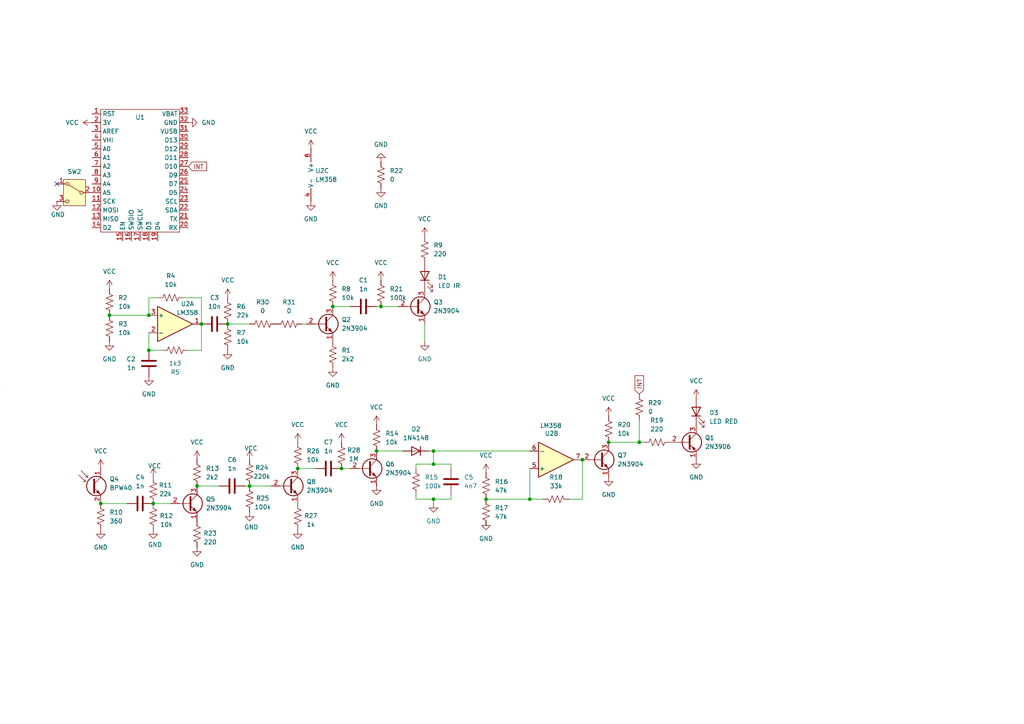
<source format=kicad_sch>
(kicad_sch (version 20250114) (generator "eeschema") (generator_version "9.0")
  (paper "A4")
  (lib_symbols
    (symbol "Amplifier_Operational:LM358" (pin_names (offset 0.127))
      (property "Reference" "U" (at 0 5.08 0))
      (property "Value" "LM358" (at 0 -5.08 0))
      (symbol "LM358_1_1"
        (polyline (pts (xy -5.08 5.08) (xy 5.08 0) (xy -5.08 -5.08) (xy -5.08 5.08)) (stroke (width 0.254)) (fill (type background)))
        (pin input line (at -7.62 2.54 0) (length 2.54) (name "+") (number "3"))
        (pin input line (at -7.62 -2.54 0) (length 2.54) (name "-") (number "2"))
        (pin output line (at 7.62 0 180) (length 2.54) (name "~") (number "1"))
      )
      (symbol "LM358_2_1"
        (polyline (pts (xy -5.08 5.08) (xy 5.08 0) (xy -5.08 -5.08) (xy -5.08 5.08)) (stroke (width 0.254)) (fill (type background)))
        (pin input line (at -7.62 2.54 0) (length 2.54) (name "+") (number "5"))
        (pin input line (at -7.62 -2.54 0) (length 2.54) (name "-") (number "6"))
        (pin output line (at 7.62 0 180) (length 2.54) (name "~") (number "7"))
      )
      (symbol "LM358_3_1"
        (pin power_in line (at -2.54 7.62 270) (length 3.81) (name "V+") (number "8"))
        (pin power_in line (at -2.54 -7.62 90) (length 3.81) (name "V-") (number "4"))
      )
    )
    (symbol "Device:C" (pin_numbers (hide yes)) (pin_names (offset 0.254))
      (property "Reference" "C" (at 0.635 2.54 0))
      (property "Value" "C" (at 0.635 -2.54 0))
      (symbol "C_0_1"
        (polyline (pts (xy -2.032 0.762) (xy 2.032 0.762)) (stroke (width 0.508)))
        (polyline (pts (xy -2.032 -0.762) (xy 2.032 -0.762)) (stroke (width 0.508)))
      )
      (symbol "C_1_1"
        (pin passive line (at 0 3.81 270) (length 2.794) (name "~") (number "1"))
        (pin passive line (at 0 -3.81 90) (length 2.794) (name "~") (number "2"))
      )
    )
    (symbol "Device:LED" (pin_numbers (hide yes)) (pin_names (offset 1.016) (hide yes))
      (property "Reference" "D" (at 0 2.54 0))
      (property "Value" "LED" (at 0 -2.54 0))
      (symbol "LED_0_1"
        (polyline (pts (xy -3.048 -0.762) (xy -4.572 -2.286) (xy -3.81 -2.286) (xy -4.572 -2.286) (xy -4.572 -1.524)))
        (polyline (pts (xy -1.778 -0.762) (xy -3.302 -2.286) (xy -2.54 -2.286) (xy -3.302 -2.286) (xy -3.302 -1.524)))
        (polyline (pts (xy -1.27 0) (xy 1.27 0)))
        (polyline (pts (xy -1.27 -1.27) (xy -1.27 1.27)) (stroke (width 0.254)))
        (polyline (pts (xy 1.27 -1.27) (xy 1.27 1.27) (xy -1.27 0) (xy 1.27 -1.27)) (stroke (width 0.254)))
      )
      (symbol "LED_1_1"
        (pin passive line (at -3.81 0 0) (length 2.54) (name "K") (number "1"))
        (pin passive line (at 3.81 0 180) (length 2.54) (name "A") (number "2"))
      )
    )
    (symbol "Device:R_US" (pin_numbers (hide yes)) (pin_names (offset 0))
      (property "Reference" "R" (at 2.54 0 90))
      (property "Value" "R_US" (at -2.54 0 90))
      (symbol "R_US_0_1"
        (polyline (pts (xy 0 2.286) (xy 0 2.54)))
        (polyline (pts (xy 0 2.286) (xy 1.016 1.905) (xy 0 1.524) (xy -1.016 1.143) (xy 0 0.762)))
        (polyline (pts (xy 0 0.762) (xy 1.016 0.381) (xy 0 0) (xy -1.016 -0.381) (xy 0 -0.762)))
        (polyline (pts (xy 0 -0.762) (xy 1.016 -1.143) (xy 0 -1.524) (xy -1.016 -1.905) (xy 0 -2.286)))
        (polyline (pts (xy 0 -2.286) (xy 0 -2.54)))
      )
      (symbol "R_US_1_1"
        (pin passive line (at 0 3.81 270) (length 1.27) (name "~") (number "1"))
        (pin passive line (at 0 -3.81 90) (length 1.27) (name "~") (number "2"))
      )
    )
    (symbol "Diode:1N4148" (pin_numbers (hide yes)) (pin_names (hide yes))
      (property "Reference" "D" (at 0 2.54 0))
      (property "Value" "1N4148" (at 0 -2.54 0))
      (symbol "1N4148_0_1"
        (polyline (pts (xy -1.27 1.27) (xy -1.27 -1.27)) (stroke (width 0.254)))
        (polyline (pts (xy 1.27 1.27) (xy 1.27 -1.27) (xy -1.27 0) (xy 1.27 1.27)) (stroke (width 0.254)))
        (polyline (pts (xy 1.27 0) (xy -1.27 0)))
      )
      (symbol "1N4148_1_1"
        (pin passive line (at -3.81 0 0) (length 2.54) (name "K") (number "1"))
        (pin passive line (at 3.81 0 180) (length 2.54) (name "A") (number "2"))
      )
    )
    (symbol "Sensor_Optical:BPW40" (pin_names (offset 0) (hide yes))
      (property "Reference" "Q" (at 5.08 1.27 0))
      (property "Value" "BPW40" (at 5.08 -1.27 0))
      (symbol "BPW40_0_1"
        (polyline (pts (xy -3.81 3.175) (xy -1.905 1.27) (xy -1.905 1.905)))
        (polyline (pts (xy -3.175 4.445) (xy -1.27 2.54) (xy -1.27 3.175)))
        (polyline (pts (xy -1.905 1.27) (xy -2.54 1.27)))
        (polyline (pts (xy -1.27 2.54) (xy -1.905 2.54)))
        (polyline (pts (xy 0.635 1.905) (xy 0.635 -1.905)) (stroke (width 0.508)))
        (polyline (pts (xy 0.635 0.635) (xy 2.54 2.54)))
        (polyline (pts (xy 0.635 -0.635) (xy 2.54 -2.54)))
        (circle (center 1.27 0) (radius 2.8194) (stroke (width 0.254)))
        (polyline (pts (xy 1.27 -1.778) (xy 1.778 -1.27) (xy 2.286 -2.286) (xy 1.27 -1.778)) (fill (type outline)))
      )
      (symbol "BPW40_1_1"
        (pin passive line (at 2.54 5.08 270) (length 2.54) (name "C") (number "1"))
        (pin passive line (at 2.54 -5.08 90) (length 2.54) (name "E") (number "2"))
      )
    )
    (symbol "Switch:SW_SPDT" (pin_names (offset 0) (hide yes))
      (property "Reference" "SW" (at 0 5.08 0))
      (property "Value" "SW_SPDT" (at 0 -5.08 0))
      (symbol "SW_SPDT_0_1"
        (circle (center -2.032 0) (radius 0.4572))
        (polyline (pts (xy -1.651 0.254) (xy 1.651 2.286)))
        (circle (center 2.032 2.54) (radius 0.4572))
        (circle (center 2.032 -2.54) (radius 0.4572))
      )
      (symbol "SW_SPDT_1_1"
        (rectangle (start -3.175 3.81) (end 3.175 -3.81) (fill (type background)))
        (pin passive line (at -5.08 0 0) (length 2.54) (name "B") (number "2"))
        (pin passive line (at 5.08 2.54 180) (length 2.54) (name "A") (number "1"))
        (pin passive line (at 5.08 -2.54 180) (length 2.54) (name "C") (number "3"))
      )
    )
    (symbol "Transistor_BJT:2N3904" (pin_names (offset 0) (hide yes))
      (property "Reference" "Q" (at 5.08 1.905 0))
      (property "Value" "2N3904" (at 5.08 0 0))
      (symbol "2N3904_0_1"
        (polyline (pts (xy -2.54 0) (xy 0.635 0)))
        (polyline (pts (xy 0.635 1.905) (xy 0.635 -1.905)) (stroke (width 0.508)))
        (circle (center 1.27 0) (radius 2.8194) (stroke (width 0.254)))
      )
      (symbol "2N3904_1_1"
        (polyline (pts (xy 0.635 0.635) (xy 2.54 2.54)))
        (polyline (pts (xy 0.635 -0.635) (xy 2.54 -2.54)))
        (polyline (pts (xy 1.27 -1.778) (xy 1.778 -1.27) (xy 2.286 -2.286) (xy 1.27 -1.778)) (fill (type outline)))
        (pin input line (at -5.08 0 0) (length 2.54) (name "B") (number "2"))
        (pin passive line (at 2.54 5.08 270) (length 2.54) (name "C") (number "3"))
        (pin passive line (at 2.54 -5.08 90) (length 2.54) (name "E") (number "1"))
      )
    )
    (symbol "Transistor_BJT:2N3906" (pin_names (offset 0) (hide yes))
      (property "Reference" "Q" (at 5.08 1.905 0))
      (property "Value" "2N3906" (at 5.08 0 0))
      (symbol "2N3906_0_1"
        (polyline (pts (xy -2.54 0) (xy 0.635 0)))
        (polyline (pts (xy 0.635 1.905) (xy 0.635 -1.905)) (stroke (width 0.508)))
        (polyline (pts (xy 0.635 0.635) (xy 2.54 2.54)))
        (polyline (pts (xy 0.635 -0.635) (xy 2.54 -2.54)))
        (circle (center 1.27 0) (radius 2.8194) (stroke (width 0.254)))
        (polyline (pts (xy 2.286 -1.778) (xy 1.778 -2.286) (xy 1.27 -1.27) (xy 2.286 -1.778)) (fill (type outline)))
      )
      (symbol "2N3906_1_1"
        (pin input line (at -5.08 0 0) (length 2.54) (name "B") (number "2"))
        (pin passive line (at 2.54 5.08 270) (length 2.54) (name "C") (number "3"))
        (pin passive line (at 2.54 -5.08 90) (length 2.54) (name "E") (number "1"))
      )
    )
    (symbol "User:AdafruitItsyBitsyM0"
      (property "Reference" "U" (at 0 0 0))
      (symbol "AdafruitItsyBitsyM0_0_1"
        (rectangle (start -11.43 16.51) (end 11.43 -19.05))
      )
      (symbol "AdafruitItsyBitsyM0_1_1"
        (pin input line (at -13.97 15.24 0) (length 2.54) (name "RST") (number "1"))
        (pin input line (at -13.97 12.7 0) (length 2.54) (name "3V") (number "2"))
        (pin input line (at -13.97 10.16 0) (length 2.54) (name "AREF") (number "3"))
        (pin input line (at -13.97 7.62 0) (length 2.54) (name "VHI") (number "4"))
        (pin input line (at -13.97 5.08 0) (length 2.54) (name "A0") (number "5"))
        (pin input line (at -13.97 2.54 0) (length 2.54) (name "A1") (number "6"))
        (pin input line (at -13.97 0 0) (length 2.54) (name "A2") (number "7"))
        (pin input line (at -13.97 -2.54 0) (length 2.54) (name "A3") (number "8"))
        (pin input line (at -13.97 -5.08 0) (length 2.54) (name "A4") (number "9"))
        (pin input line (at -13.97 -7.62 0) (length 2.54) (name "A5") (number "10"))
        (pin input line (at -13.97 -10.16 0) (length 2.54) (name "SCK") (number "11"))
        (pin input line (at -13.97 -12.7 0) (length 2.54) (name "MOSI") (number "12"))
        (pin input line (at -13.97 -15.24 0) (length 2.54) (name "MISO") (number "13"))
        (pin input line (at -13.97 -17.78 0) (length 2.54) (name "D2") (number "14"))
        (pin input line (at -5.08 -21.59 90) (length 2.54) (name "EN") (number "15"))
        (pin input line (at -2.54 -21.59 90) (length 2.54) (name "SWDIO") (number "16"))
        (pin input line (at 0 -21.59 90) (length 2.54) (name "SWCLK") (number "17"))
        (pin input line (at 2.54 -21.59 90) (length 2.54) (name "D3") (number "18"))
        (pin input line (at 5.08 -21.59 90) (length 2.54) (name "D4") (number "19"))
        (pin input line (at 13.97 15.24 180) (length 2.54) (name "VBAT") (number "33"))
        (pin input line (at 13.97 12.7 180) (length 2.54) (name "GND") (number "32"))
        (pin input line (at 13.97 10.16 180) (length 2.54) (name "VUSB") (number "31"))
        (pin input line (at 13.97 7.62 180) (length 2.54) (name "D13") (number "30"))
        (pin input line (at 13.97 5.08 180) (length 2.54) (name "D12") (number "29"))
        (pin input line (at 13.97 2.54 180) (length 2.54) (name "D11") (number "28"))
        (pin input line (at 13.97 0 180) (length 2.54) (name "D10") (number "27"))
        (pin input line (at 13.97 -2.54 180) (length 2.54) (name "D9") (number "26"))
        (pin input line (at 13.97 -5.08 180) (length 2.54) (name "D7") (number "25"))
        (pin input line (at 13.97 -7.62 180) (length 2.54) (name "D5") (number "24"))
        (pin input line (at 13.97 -10.16 180) (length 2.54) (name "SCL") (number "23"))
        (pin input line (at 13.97 -12.7 180) (length 2.54) (name "SDA") (number "22"))
        (pin input line (at 13.97 -15.24 180) (length 2.54) (name "TX") (number "21"))
        (pin input line (at 13.97 -17.78 180) (length 2.54) (name "RX") (number "20"))
      )
    )
    (symbol "power:GND" (power) (pin_numbers (hide yes)) (pin_names (offset 0) (hide yes))
      (property "Value" "GND" (at 0 -3.81 0))
      (symbol "GND_0_1"
        (polyline (pts (xy 0 0) (xy 0 -1.27) (xy 1.27 -1.27) (xy 0 -2.54) (xy -1.27 -1.27) (xy 0 -1.27)))
      )
      (symbol "GND_1_1"
        (pin power_in line (at 0 0 270) (length 0) (name "~") (number "1"))
      )
    )
    (symbol "power:VCC" (power) (pin_numbers (hide yes)) (pin_names (offset 0) (hide yes))
      (property "Value" "VCC" (at 0 3.556 0))
      (symbol "VCC_0_1"
        (polyline (pts (xy -0.762 1.27) (xy 0 2.54)))
        (polyline (pts (xy 0 2.54) (xy 0.762 1.27)))
        (polyline (pts (xy 0 0) (xy 0 2.54)))
      )
      (symbol "VCC_1_1"
        (pin power_in line (at 0 0 90) (length 0) (name "~") (number "1"))
      )
    )
  )
  (junction (at 109.22 130.81))
  (junction (at 31.75 91.44))
  (junction (at 185.42 128.27))
  (junction (at 29.21 146.05))
  (junction (at 43.18 101.6))
  (junction (at 43.18 91.44))
  (junction (at 110.49 88.9))
  (junction (at 58.42 93.98))
  (junction (at 176.53 128.27))
  (junction (at 99.06 135.89))
  (junction (at 125.73 134.62))
  (junction (at 72.39 140.97))
  (junction (at 57.15 140.97))
  (junction (at 125.73 130.81))
  (junction (at 153.67 144.78))
  (junction (at 168.91 133.35))
  (junction (at 125.73 144.78))
  (junction (at 86.36 135.89))
  (junction (at 96.52 88.9))
  (junction (at 44.45 146.05))
  (junction (at 140.97 144.78))
  (junction (at 66.04 93.98))
  (no_connect (at 16.51 53.34))
  (bus_entry (at -2.54 110.49) (size 2.54 2.54))
  (wire (pts (xy 43.18 96.52) (xy 43.18 101.6)))
  (wire (pts (xy 176.53 128.27) (xy 185.42 128.27)))
  (wire (pts (xy 87.63 93.98) (xy 88.9 93.98)))
  (wire (pts (xy 185.42 121.92) (xy 185.42 128.27)))
  (wire (pts (xy 120.65 144.78) (xy 125.73 144.78)))
  (wire (pts (xy 36.83 146.05) (xy 29.21 146.05)))
  (wire (pts (xy 153.67 135.89) (xy 153.67 144.78)))
  (wire (pts (xy 99.06 135.89) (xy 101.6 135.89)))
  (wire (pts (xy 110.49 88.9) (xy 115.57 88.9)))
  (wire (pts (xy 91.44 135.89) (xy 86.36 135.89)))
  (wire (pts (xy 120.65 134.62) (xy 125.73 134.62)))
  (wire (pts (xy 168.91 133.35) (xy 168.91 144.78)))
  (wire (pts (xy 120.65 135.89) (xy 120.65 134.62)))
  (wire (pts (xy 153.67 144.78) (xy 157.48 144.78)))
  (wire (pts (xy 71.12 140.97) (xy 72.39 140.97)))
  (wire (pts (xy 66.04 93.98) (xy 72.39 93.98)))
  (wire (pts (xy 45.72 86.36) (xy 43.18 86.36)))
  (wire (pts (xy 120.65 143.51) (xy 120.65 144.78)))
  (wire (pts (xy 57.15 140.97) (xy 63.5 140.97)))
  (wire (pts (xy 58.42 86.36) (xy 58.42 93.98)))
  (wire (pts (xy 125.73 144.78) (xy 130.81 144.78)))
  (wire (pts (xy 72.39 140.97) (xy 78.74 140.97)))
  (wire (pts (xy 58.42 101.6) (xy 58.42 93.98)))
  (wire (pts (xy 130.81 135.89) (xy 130.81 134.62)))
  (wire (pts (xy 130.81 144.78) (xy 130.81 143.51)))
  (wire (pts (xy 109.22 88.9) (xy 110.49 88.9)))
  (wire (pts (xy 31.75 91.44) (xy 43.18 91.44)))
  (wire (pts (xy 43.18 86.36) (xy 43.18 91.44)))
  (wire (pts (xy 54.61 101.6) (xy 58.42 101.6)))
  (wire (pts (xy 140.97 152.4) (xy 140.97 151.13)))
  (wire (pts (xy 96.52 88.9) (xy 101.6 88.9)))
  (wire (pts (xy 43.18 101.6) (xy 46.99 101.6)))
  (wire (pts (xy 130.81 134.62) (xy 125.73 134.62)))
  (wire (pts (xy 123.19 99.06) (xy 123.19 93.98)))
  (wire (pts (xy 44.45 146.05) (xy 49.53 146.05)))
  (wire (pts (xy 125.73 146.05) (xy 125.73 144.78)))
  (wire (pts (xy 125.73 134.62) (xy 125.73 130.81)))
  (wire (pts (xy 124.46 130.81) (xy 125.73 130.81)))
  (wire (pts (xy 116.84 130.81) (xy 109.22 130.81)))
  (wire (pts (xy 53.34 86.36) (xy 58.42 86.36)))
  (wire (pts (xy 153.67 130.81) (xy 125.73 130.81)))
  (wire (pts (xy 168.91 144.78) (xy 165.1 144.78)))
  (wire (pts (xy 140.97 144.78) (xy 153.67 144.78)))
  (wire (pts (xy 185.42 128.27) (xy 186.69 128.27)))
  (global_label "INT" (shape input) (at 185.42 114.3 90) (property "Intersheetrefs" "${INTERSHEET_REFS}" (effects (hide yes))))
  (global_label "INT" (shape input) (at 54.61 48.26 0) (property "Intersheetrefs" "${INTERSHEET_REFS}" (effects (hide yes))))
  (symbol (lib_id "power:GND") (at 54.61 35.56 90) (unit 1)
    (property "Reference" "#PWR01" (effects (hide yes)))
    (property "Value" "GND" (at 58.42 35.5599 90) (effects (justify right)))
    (property "Description" "Power symbol creates a global label with name \"GND\" , ground" (effects (hide yes)))
  )
  (symbol (lib_id "power:VCC") (at 90.17 43.18 0) (unit 1)
    (property "Reference" "#PWR05" (effects (hide yes)))
    (property "Value" "VCC" (at 90.17 38.1 0))
    (property "Description" "Power symbol creates a global label with name \"VCC\"" (effects (hide yes)))
  )
  (symbol (lib_id "Device:R_US") (at 72.39 144.78 180) (unit 1)
    (property "Reference" "R25" (at 76.2 144.526 0))
    (property "Value" "100k" (at 76.2 147.066 0))
    (property "Footprint" "Resistor_THT:R_Axial_DIN0207_L6.3mm_D2.5mm_P2.54mm_Vertical" (effects (hide yes)))
    (property "Description" "Resistor, US symbol" (effects (hide yes)))
  )
  (symbol (lib_id "Device:C") (at 43.18 105.41 0) (unit 1)
    (property "Reference" "C2" (at 39.37 104.1399 0) (effects (justify right)))
    (property "Value" "1n" (at 39.37 106.6799 0) (effects (justify right)))
    (property "Footprint" "Capacitor_THT:C_Rect_L7.2mm_W2.5mm_P5.00mm_FKS2_FKP2_MKS2_MKP2" (effects (hide yes)))
    (property "Description" "Unpolarized capacitor" (effects (hide yes)))
  )
  (symbol (lib_id "Transistor_BJT:2N3904") (at 106.68 135.89 0) (unit 1)
    (property "Reference" "Q6" (at 111.76 134.6199 0) (effects (justify left)))
    (property "Value" "2N3904" (at 111.76 137.1599 0) (effects (justify left)))
    (property "Footprint" "Package_TO_SOT_THT:TO-92_Inline_Wide" (effects (hide yes)))
    (property "Datasheet" "https://www.onsemi.com/pub/Collateral/2N3903-D.PDF" (effects (hide yes)))
    (property "Description" "0.2A Ic, 40V Vce, Small Signal NPN Transistor, TO-92" (effects (hide yes)))
  )
  (symbol (lib_id "Device:C") (at 95.25 135.89 90) (unit 1)
    (property "Reference" "C7" (at 95.25 128.27 90))
    (property "Value" "1n" (at 95.25 130.81 90))
    (property "Footprint" "Capacitor_THT:C_Rect_L7.2mm_W2.5mm_P5.00mm_FKS2_FKP2_MKS2_MKP2" (effects (hide yes)))
    (property "Description" "Unpolarized capacitor" (effects (hide yes)))
  )
  (symbol (lib_id "Device:R_US") (at 140.97 148.59 0) (unit 1)
    (property "Reference" "R17" (at 143.51 147.3199 0) (effects (justify left)))
    (property "Value" "47k" (at 143.51 149.8599 0) (effects (justify left)))
    (property "Footprint" "Resistor_THT:R_Axial_DIN0207_L6.3mm_D2.5mm_P5.08mm_Vertical" (effects (hide yes)))
    (property "Description" "Resistor, US symbol" (effects (hide yes)))
  )
  (symbol (lib_id "power:VCC") (at 29.21 135.89 0) (unit 1)
    (property "Reference" "#PWR016" (effects (hide yes)))
    (property "Value" "VCC" (at 29.21 130.81 0))
    (property "Description" "Power symbol creates a global label with name \"VCC\"" (effects (hide yes)))
  )
  (symbol (lib_id "Device:R_US") (at 176.53 124.46 0) (unit 1)
    (property "Reference" "R20" (at 179.07 123.1899 0) (effects (justify left)))
    (property "Value" "10k" (at 179.07 125.7299 0) (effects (justify left)))
    (property "Footprint" "Resistor_THT:R_Axial_DIN0207_L6.3mm_D2.5mm_P10.16mm_Horizontal" (effects (hide yes)))
    (property "Description" "Resistor, US symbol" (effects (hide yes)))
  )
  (symbol (lib_id "power:GND") (at 29.21 153.67 0) (unit 1)
    (property "Reference" "#PWR017" (effects (hide yes)))
    (property "Value" "GND" (at 29.21 158.75 0))
    (property "Description" "Power symbol creates a global label with name \"GND\" , ground" (effects (hide yes)))
  )
  (symbol (lib_id "Device:R_US") (at 109.22 127 0) (unit 1)
    (property "Reference" "R14" (at 111.76 125.7299 0) (effects (justify left)))
    (property "Value" "10k" (at 111.76 128.2699 0) (effects (justify left)))
    (property "Footprint" "Resistor_THT:R_Axial_DIN0207_L6.3mm_D2.5mm_P2.54mm_Vertical" (effects (hide yes)))
    (property "Description" "Resistor, US symbol" (effects (hide yes)))
  )
  (symbol (lib_id "Device:R_US") (at 110.49 50.8 0) (unit 1)
    (property "Reference" "R22" (at 113.03 49.5299 0) (effects (justify left)))
    (property "Value" "0" (at 113.03 52.0699 0) (effects (justify left)))
    (property "Footprint" "Resistor_THT:R_Axial_DIN0207_L6.3mm_D2.5mm_P10.16mm_Horizontal" (effects (hide yes)))
    (property "Description" "Resistor, US symbol" (effects (hide yes)))
  )
  (symbol (lib_id "Device:R_US") (at 123.19 72.39 0) (unit 1)
    (property "Reference" "R9" (at 125.73 71.1199 0) (effects (justify left)))
    (property "Value" "220" (at 125.73 73.6599 0) (effects (justify left)))
    (property "Footprint" "Resistor_THT:R_Axial_DIN0207_L6.3mm_D2.5mm_P10.16mm_Horizontal" (effects (hide yes)))
    (property "Description" "Resistor, US symbol" (effects (hide yes)))
  )
  (symbol (lib_id "Device:LED") (at 123.19 80.01 90) (unit 1)
    (property "Reference" "D1" (at 127 80.3274 90) (effects (justify right)))
    (property "Value" "LED IR" (at 127 82.8674 90) (effects (justify right)))
    (property "Footprint" "LED_THT:LED_D5.0mm_Horizontal_O3.81mm_Z3.0mm" (effects (hide yes)))
    (property "Description" "Light emitting diode" (effects (hide yes)))
    (property "Sim.Pins" "1=K 2=A" (effects (hide yes)))
  )
  (symbol (lib_id "power:GND") (at 110.49 46.99 180) (unit 1)
    (property "Reference" "#PWR037" (effects (hide yes)))
    (property "Value" "GND" (at 110.49 41.91 0))
    (property "Description" "Power symbol creates a global label with name \"GND\" , ground" (effects (hide yes)))
  )
  (symbol (lib_id "Device:R_US") (at 57.15 137.16 0) (unit 1)
    (property "Reference" "R13" (at 59.69 135.8899 0) (effects (justify left)))
    (property "Value" "2k2" (at 59.69 138.4299 0) (effects (justify left)))
    (property "Footprint" "Resistor_THT:R_Axial_DIN0207_L6.3mm_D2.5mm_P2.54mm_Vertical" (effects (hide yes)))
    (property "Description" "Resistor, US symbol" (effects (hide yes)))
  )
  (symbol (lib_id "Device:C") (at 62.23 93.98 90) (unit 1)
    (property "Reference" "C3" (at 62.23 86.36 90))
    (property "Value" "10n" (at 62.23 88.9 90))
    (property "Footprint" "Capacitor_THT:C_Rect_L7.2mm_W2.5mm_P5.00mm_FKS2_FKP2_MKS2_MKP2" (effects (hide yes)))
    (property "Description" "Unpolarized capacitor" (effects (hide yes)))
  )
  (symbol (lib_id "Transistor_BJT:2N3904") (at 93.98 93.98 0) (unit 1)
    (property "Reference" "Q2" (at 99.06 92.7099 0) (effects (justify left)))
    (property "Value" "2N3904" (at 99.06 95.2499 0) (effects (justify left)))
    (property "Footprint" "Package_TO_SOT_THT:TO-92_Inline_Wide" (effects (hide yes)))
    (property "Datasheet" "https://www.onsemi.com/pub/Collateral/2N3903-D.PDF" (effects (hide yes)))
    (property "Description" "0.2A Ic, 40V Vce, Small Signal NPN Transistor, TO-92" (effects (hide yes)))
  )
  (symbol (lib_id "Device:R_US") (at 140.97 140.97 180) (unit 1)
    (property "Reference" "R16" (at 143.51 139.6999 0) (effects (justify right)))
    (property "Value" "47k" (at 143.51 142.2399 0) (effects (justify right)))
    (property "Footprint" "Resistor_THT:R_Axial_DIN0207_L6.3mm_D2.5mm_P5.08mm_Vertical" (effects (hide yes)))
    (property "Description" "Resistor, US symbol" (effects (hide yes)))
  )
  (symbol (lib_id "power:GND") (at 31.75 99.06 0) (unit 1)
    (property "Reference" "#PWR08" (effects (hide yes)))
    (property "Value" "GND" (at 31.75 104.14 0))
    (property "Description" "Power symbol creates a global label with name \"GND\" , ground" (effects (hide yes)))
  )
  (symbol (lib_id "power:VCC") (at 140.97 137.16 0) (unit 1)
    (property "Reference" "#PWR025" (effects (hide yes)))
    (property "Value" "VCC" (at 140.97 132.08 0))
    (property "Description" "Power symbol creates a global label with name \"VCC\"" (effects (hide yes)))
  )
  (symbol (lib_id "Device:R_US") (at 66.04 90.17 0) (unit 1)
    (property "Reference" "R6" (at 68.58 88.8999 0) (effects (justify left)))
    (property "Value" "22k" (at 68.58 91.4399 0) (effects (justify left)))
    (property "Footprint" "Resistor_THT:R_Axial_DIN0207_L6.3mm_D2.5mm_P10.16mm_Horizontal" (effects (hide yes)))
    (property "Description" "Resistor, US symbol" (effects (hide yes)))
  )
  (symbol (lib_id "power:GND") (at 44.45 153.67 0) (unit 1)
    (property "Reference" "#PWR019" (effects (hide yes)))
    (property "Value" "GND" (at 44.958 157.988 0))
    (property "Description" "Power symbol creates a global label with name \"GND\" , ground" (effects (hide yes)))
  )
  (symbol (lib_id "power:GND") (at 125.73 146.05 0) (unit 1)
    (property "Reference" "#PWR024" (effects (hide yes)))
    (property "Value" "GND" (at 125.73 151.13 0))
    (property "Description" "Power symbol creates a global label with name \"GND\" , ground" (effects (hide yes)))
  )
  (symbol (lib_id "Device:R_US") (at 190.5 128.27 90) (unit 1)
    (property "Reference" "R19" (at 190.5 121.92 90))
    (property "Value" "220" (at 190.5 124.46 90))
    (property "Footprint" "Resistor_THT:R_Axial_DIN0207_L6.3mm_D2.5mm_P7.62mm_Horizontal" (effects (hide yes)))
    (property "Description" "Resistor, US symbol" (effects (hide yes)))
  )
  (symbol (lib_id "power:GND") (at 43.18 109.22 0) (unit 1)
    (property "Reference" "#PWR09" (effects (hide yes)))
    (property "Value" "GND" (at 43.18 114.3 0))
    (property "Description" "Power symbol creates a global label with name \"GND\" , ground" (effects (hide yes)))
  )
  (symbol (lib_id "power:VCC") (at 123.19 68.58 0) (unit 1)
    (property "Reference" "#PWR015" (effects (hide yes)))
    (property "Value" "VCC" (at 123.19 63.5 0))
    (property "Description" "Power symbol creates a global label with name \"VCC\"" (effects (hide yes)))
  )
  (symbol (lib_id "Amplifier_Operational:LM358") (at 161.29 133.35 0) (mirror x) (unit 2)
    (property "Reference" "U2" (at 160.02 125.73 0))
    (property "Value" "LM358" (at 159.766 123.444 0))
    (property "Footprint" "Package_DIP:DIP-8_W7.62mm_Socket_LongPads" (effects (hide yes)))
    (property "Datasheet" "http://www.ti.com/lit/ds/symlink/lm2904-n.pdf" (effects (hide yes)))
    (property "Description" "Low-Power, Dual Operational Amplifiers, DIP-8/SOIC-8/TO-99-8" (effects (hide yes)))
  )
  (symbol (lib_id "power:VCC") (at 26.67 35.56 90) (unit 1)
    (property "Reference" "#PWR02" (effects (hide yes)))
    (property "Value" "VCC" (at 22.86 35.5599 90) (effects (justify left)))
    (property "Description" "Power symbol creates a global label with name \"VCC\"" (effects (hide yes)))
  )
  (symbol (lib_id "Device:R_US") (at 31.75 87.63 0) (unit 1)
    (property "Reference" "R2" (at 34.29 86.3599 0) (effects (justify left)))
    (property "Value" "10k" (at 34.29 88.8999 0) (effects (justify left)))
    (property "Footprint" "Resistor_THT:R_Axial_DIN0207_L6.3mm_D2.5mm_P10.16mm_Horizontal" (effects (hide yes)))
    (property "Description" "Resistor, US symbol" (effects (hide yes)))
  )
  (symbol (lib_id "power:GND") (at 16.51 58.42 0) (unit 1)
    (property "Reference" "#PWR04" (effects (hide yes)))
    (property "Value" "GND" (at 14.732 62.23 0) (effects (justify left)))
    (property "Description" "Power symbol creates a global label with name \"GND\" , ground" (effects (hide yes)))
  )
  (symbol (lib_id "power:GND") (at 90.17 58.42 0) (unit 1)
    (property "Reference" "#PWR06" (effects (hide yes)))
    (property "Value" "GND" (at 90.17 63.5 0))
    (property "Description" "Power symbol creates a global label with name \"GND\" , ground" (effects (hide yes)))
  )
  (symbol (lib_id "Device:R_US") (at 57.15 154.94 180) (unit 1)
    (property "Reference" "R23" (at 60.96 154.686 0))
    (property "Value" "220" (at 60.96 157.226 0))
    (property "Footprint" "Resistor_THT:R_Axial_DIN0207_L6.3mm_D2.5mm_P2.54mm_Vertical" (effects (hide yes)))
    (property "Description" "Resistor, US symbol" (effects (hide yes)))
  )
  (symbol (lib_id "Device:R_US") (at 83.82 93.98 90) (unit 1)
    (property "Reference" "R31" (at 83.82 87.63 90))
    (property "Value" "0" (at 83.82 90.17 90))
    (property "Footprint" "Resistor_THT:R_Axial_DIN0207_L6.3mm_D2.5mm_P10.16mm_Horizontal" (effects (hide yes)))
    (property "Description" "Resistor, US symbol" (effects (hide yes)))
  )
  (symbol (lib_id "Device:R_US") (at 161.29 144.78 90) (mirror x) (unit 1)
    (property "Reference" "R18" (at 161.29 138.43 90))
    (property "Value" "33k" (at 161.29 140.97 90))
    (property "Footprint" "Resistor_THT:R_Axial_DIN0207_L6.3mm_D2.5mm_P5.08mm_Vertical" (effects (hide yes)))
    (property "Description" "Resistor, US symbol" (effects (hide yes)))
  )
  (symbol (lib_id "Device:R_US") (at 110.49 85.09 0) (unit 1)
    (property "Reference" "R21" (at 113.03 83.8199 0) (effects (justify left)))
    (property "Value" "100k" (at 113.03 86.3599 0) (effects (justify left)))
    (property "Footprint" "Resistor_THT:R_Axial_DIN0207_L6.3mm_D2.5mm_P7.62mm_Horizontal" (effects (hide yes)))
    (property "Description" "Resistor, US symbol" (effects (hide yes)))
  )
  (symbol (lib_id "power:GND") (at 201.93 133.35 0) (unit 1)
    (property "Reference" "#PWR028" (effects (hide yes)))
    (property "Value" "GND" (at 201.93 138.43 0))
    (property "Description" "Power symbol creates a global label with name \"GND\" , ground" (effects (hide yes)))
  )
  (symbol (lib_id "Transistor_BJT:2N3904") (at 173.99 133.35 0) (unit 1)
    (property "Reference" "Q7" (at 179.07 132.0799 0) (effects (justify left)))
    (property "Value" "2N3904" (at 179.07 134.6199 0) (effects (justify left)))
    (property "Footprint" "Package_TO_SOT_THT:TO-92_Inline_Wide" (effects (hide yes)))
    (property "Datasheet" "https://www.onsemi.com/pub/Collateral/2N3903-D.PDF" (effects (hide yes)))
    (property "Description" "0.2A Ic, 40V Vce, Small Signal NPN Transistor, TO-92" (effects (hide yes)))
  )
  (symbol (lib_id "power:VCC") (at 176.53 120.65 0) (unit 1)
    (property "Reference" "#PWR027" (effects (hide yes)))
    (property "Value" "VCC" (at 176.53 115.57 0))
    (property "Description" "Power symbol creates a global label with name \"VCC\"" (effects (hide yes)))
  )
  (symbol (lib_id "power:GND") (at 72.39 148.59 0) (unit 1)
    (property "Reference" "#PWR032" (effects (hide yes)))
    (property "Value" "GND" (at 72.898 152.908 0))
    (property "Description" "Power symbol creates a global label with name \"GND\" , ground" (effects (hide yes)))
  )
  (symbol (lib_id "power:VCC") (at 110.49 81.28 0) (unit 1)
    (property "Reference" "#PWR030" (effects (hide yes)))
    (property "Value" "VCC" (at 110.49 76.2 0))
    (property "Description" "Power symbol creates a global label with name \"VCC\"" (effects (hide yes)))
  )
  (symbol (lib_id "power:VCC") (at 44.45 138.43 0) (unit 1)
    (property "Reference" "#PWR018" (effects (hide yes)))
    (property "Value" "VCC" (at 42.926 135.128 0) (effects (justify left)))
    (property "Description" "Power symbol creates a global label with name \"VCC\"" (effects (hide yes)))
  )
  (symbol (lib_id "power:VCC") (at 72.39 133.35 0) (unit 1)
    (property "Reference" "#PWR031" (effects (hide yes)))
    (property "Value" "VCC" (at 70.866 130.048 0) (effects (justify left)))
    (property "Description" "Power symbol creates a global label with name \"VCC\"" (effects (hide yes)))
  )
  (symbol (lib_id "Device:R_US") (at 86.36 132.08 0) (unit 1)
    (property "Reference" "R26" (at 88.9 130.8099 0) (effects (justify left)))
    (property "Value" "10k" (at 88.9 133.3499 0) (effects (justify left)))
    (property "Footprint" "Resistor_THT:R_Axial_DIN0207_L6.3mm_D2.5mm_P2.54mm_Vertical" (effects (hide yes)))
    (property "Description" "Resistor, US symbol" (effects (hide yes)))
  )
  (symbol (lib_id "power:VCC") (at 57.15 133.35 0) (unit 1)
    (property "Reference" "#PWR020" (effects (hide yes)))
    (property "Value" "VCC" (at 57.15 128.27 0))
    (property "Description" "Power symbol creates a global label with name \"VCC\"" (effects (hide yes)))
  )
  (symbol (lib_id "Device:R_US") (at 99.06 132.08 0) (unit 1)
    (property "Reference" "R28" (at 102.616 130.556 0))
    (property "Value" "1M" (at 102.616 133.096 0))
    (property "Footprint" "Resistor_THT:R_Axial_DIN0207_L6.3mm_D2.5mm_P2.54mm_Vertical" (effects (hide yes)))
    (property "Description" "Resistor, US symbol" (effects (hide yes)))
  )
  (symbol (lib_id "Device:R_US") (at 185.42 118.11 0) (unit 1)
    (property "Reference" "R29" (at 187.96 116.8399 0) (effects (justify left)))
    (property "Value" "0" (at 187.96 119.3799 0) (effects (justify left)))
    (property "Footprint" "Resistor_THT:R_Axial_DIN0207_L6.3mm_D2.5mm_P10.16mm_Horizontal" (effects (hide yes)))
    (property "Description" "Resistor, US symbol" (effects (hide yes)))
  )
  (symbol (lib_id "Transistor_BJT:2N3904") (at 83.82 140.97 0) (unit 1)
    (property "Reference" "Q8" (at 88.9 139.6999 0) (effects (justify left)))
    (property "Value" "2N3904" (at 88.9 142.2399 0) (effects (justify left)))
    (property "Footprint" "Package_TO_SOT_THT:TO-92_Inline_Wide" (effects (hide yes)))
    (property "Datasheet" "https://www.onsemi.com/pub/Collateral/2N3903-D.PDF" (effects (hide yes)))
    (property "Description" "0.2A Ic, 40V Vce, Small Signal NPN Transistor, TO-92" (effects (hide yes)))
  )
  (symbol (lib_id "Device:R_US") (at 31.75 95.25 0) (unit 1)
    (property "Reference" "R3" (at 34.29 93.9799 0) (effects (justify left)))
    (property "Value" "10k" (at 34.29 96.5199 0) (effects (justify left)))
    (property "Footprint" "Resistor_THT:R_Axial_DIN0207_L6.3mm_D2.5mm_P10.16mm_Horizontal" (effects (hide yes)))
    (property "Description" "Resistor, US symbol" (effects (hide yes)))
  )
  (symbol (lib_id "Transistor_BJT:2N3904") (at 54.61 146.05 0) (unit 1)
    (property "Reference" "Q5" (at 59.69 144.7799 0) (effects (justify left)))
    (property "Value" "2N3904" (at 59.69 147.3199 0) (effects (justify left)))
    (property "Footprint" "Package_TO_SOT_THT:TO-92_Inline_Wide" (effects (hide yes)))
    (property "Datasheet" "https://www.onsemi.com/pub/Collateral/2N3903-D.PDF" (effects (hide yes)))
    (property "Description" "0.2A Ic, 40V Vce, Small Signal NPN Transistor, TO-92" (effects (hide yes)))
  )
  (symbol (lib_id "power:VCC") (at 96.52 81.28 0) (unit 1)
    (property "Reference" "#PWR014" (effects (hide yes)))
    (property "Value" "VCC" (at 96.52 76.2 0))
    (property "Description" "Power symbol creates a global label with name \"VCC\"" (effects (hide yes)))
  )
  (symbol (lib_id "Amplifier_Operational:LM358") (at 50.8 93.98 0) (unit 1)
    (property "Reference" "U2" (at 54.356 88.138 0))
    (property "Value" "LM358" (at 54.356 90.678 0))
    (property "Footprint" "Package_DIP:DIP-8_W7.62mm_Socket_LongPads" (effects (hide yes)))
    (property "Datasheet" "http://www.ti.com/lit/ds/symlink/lm2904-n.pdf" (effects (hide yes)))
    (property "Description" "Low-Power, Dual Operational Amplifiers, DIP-8/SOIC-8/TO-99-8" (effects (hide yes)))
  )
  (symbol (lib_id "Device:C") (at 40.64 146.05 90) (unit 1)
    (property "Reference" "C4" (at 40.64 138.43 90))
    (property "Value" "1n" (at 40.64 140.97 90))
    (property "Footprint" "Capacitor_THT:C_Rect_L7.2mm_W2.5mm_P5.00mm_FKS2_FKP2_MKS2_MKP2" (effects (hide yes)))
    (property "Description" "Unpolarized capacitor" (effects (hide yes)))
  )
  (symbol (lib_id "Transistor_BJT:2N3904") (at 120.65 88.9 0) (unit 1)
    (property "Reference" "Q3" (at 125.73 87.6299 0) (effects (justify left)))
    (property "Value" "2N3904" (at 125.73 90.1699 0) (effects (justify left)))
    (property "Footprint" "Package_TO_SOT_THT:TO-92_Inline_Wide" (effects (hide yes)))
    (property "Datasheet" "https://www.onsemi.com/pub/Collateral/2N3903-D.PDF" (effects (hide yes)))
    (property "Description" "0.2A Ic, 40V Vce, Small Signal NPN Transistor, TO-92" (effects (hide yes)))
  )
  (symbol (lib_id "Transistor_BJT:2N3906") (at 199.39 128.27 0) (unit 1)
    (property "Reference" "Q1" (at 204.47 126.9999 0) (effects (justify left)))
    (property "Value" "2N3906" (at 204.47 129.5399 0) (effects (justify left)))
    (property "Footprint" "Package_TO_SOT_THT:TO-92_Inline_Wide" (effects (hide yes)))
    (property "Datasheet" "https://www.onsemi.com/pub/Collateral/2N3906-D.PDF" (effects (hide yes)))
    (property "Description" "-0.2A Ic, -40V Vce, Small Signal PNP Transistor, TO-92" (effects (hide yes)))
  )
  (symbol (lib_id "Diode:1N4148") (at 120.65 130.81 180) (unit 1)
    (property "Reference" "D2" (at 120.65 124.46 0))
    (property "Value" "1N4148" (at 120.65 127 0))
    (property "Footprint" "Diode_THT:D_DO-35_SOD27_P2.54mm_Vertical_AnodeUp" (effects (hide yes)))
    (property "Datasheet" "https://assets.nexperia.com/documents/data-sheet/1N4148_1N4448.pdf" (effects (hide yes)))
    (property "Description" "100V 0.15A standard switching diode, DO-35" (effects (hide yes)))
    (property "Sim.Device" "D" (effects (hide yes)))
    (property "Sim.Pins" "1=K 2=A" (effects (hide yes)))
  )
  (symbol (lib_id "power:GND") (at 140.97 151.13 0) (unit 1)
    (property "Reference" "#PWR026" (effects (hide yes)))
    (property "Value" "GND" (at 140.97 156.21 0))
    (property "Description" "Power symbol creates a global label with name \"GND\" , ground" (effects (hide yes)))
  )
  (symbol (lib_id "Device:R_US") (at 44.45 142.24 0) (unit 1)
    (property "Reference" "R11" (at 48.006 140.716 0))
    (property "Value" "22k" (at 48.006 143.256 0))
    (property "Footprint" "Resistor_THT:R_Axial_DIN0207_L6.3mm_D2.5mm_P2.54mm_Vertical" (effects (hide yes)))
    (property "Description" "Resistor, US symbol" (effects (hide yes)))
  )
  (symbol (lib_id "Device:C") (at 130.81 139.7 180) (unit 1)
    (property "Reference" "C5" (at 134.62 138.4299 0) (effects (justify right)))
    (property "Value" "4n7" (at 134.62 140.9699 0) (effects (justify right)))
    (property "Footprint" "Capacitor_THT:C_Rect_L7.2mm_W2.5mm_P5.00mm_FKS2_FKP2_MKS2_MKP2" (effects (hide yes)))
    (property "Description" "Unpolarized capacitor" (effects (hide yes)))
  )
  (symbol (lib_id "power:GND") (at 176.53 138.43 0) (unit 1)
    (property "Reference" "#PWR03" (effects (hide yes)))
    (property "Value" "GND" (at 176.53 143.51 0))
    (property "Description" "Power symbol creates a global label with name \"GND\" , ground" (effects (hide yes)))
  )
  (symbol (lib_id "power:GND") (at 123.19 99.06 0) (unit 1)
    (property "Reference" "#PWR013" (effects (hide yes)))
    (property "Value" "GND" (at 123.19 104.14 0))
    (property "Description" "Power symbol creates a global label with name \"GND\" , ground" (effects (hide yes)))
  )
  (symbol (lib_id "Device:R_US") (at 29.21 149.86 0) (unit 1)
    (property "Reference" "R10" (at 31.75 148.5899 0) (effects (justify left)))
    (property "Value" "360" (at 31.75 151.1299 0) (effects (justify left)))
    (property "Footprint" "Resistor_THT:R_Axial_DIN0207_L6.3mm_D2.5mm_P5.08mm_Vertical" (effects (hide yes)))
    (property "Description" "Resistor, US symbol" (effects (hide yes)))
  )
  (symbol (lib_id "Device:R_US") (at 86.36 149.86 180) (unit 1)
    (property "Reference" "R27" (at 90.17 149.606 0))
    (property "Value" "1k" (at 90.17 152.146 0))
    (property "Footprint" "Resistor_THT:R_Axial_DIN0207_L6.3mm_D2.5mm_P2.54mm_Vertical" (effects (hide yes)))
    (property "Description" "Resistor, US symbol" (effects (hide yes)))
  )
  (symbol (lib_id "Device:R_US") (at 96.52 102.87 0) (unit 1)
    (property "Reference" "R1" (at 99.06 101.5999 0) (effects (justify left)))
    (property "Value" "2k2" (at 99.06 104.1399 0) (effects (justify left)))
    (property "Footprint" "Resistor_THT:R_Axial_DIN0207_L6.3mm_D2.5mm_P2.54mm_Vertical" (effects (hide yes)))
    (property "Description" "Resistor, US symbol" (effects (hide yes)))
  )
  (symbol (lib_id "Device:R_US") (at 49.53 86.36 90) (unit 1)
    (property "Reference" "R4" (at 49.53 80.01 90))
    (property "Value" "10k" (at 49.53 82.55 90))
    (property "Footprint" "Resistor_THT:R_Axial_DIN0207_L6.3mm_D2.5mm_P5.08mm_Vertical" (effects (hide yes)))
    (property "Description" "Resistor, US symbol" (effects (hide yes)))
  )
  (symbol (lib_id "Device:R_US") (at 50.8 101.6 90) (unit 1)
    (property "Reference" "R5" (at 50.8 107.95 90))
    (property "Value" "1k3" (at 50.8 105.41 90))
    (property "Footprint" "Resistor_THT:R_Axial_DIN0207_L6.3mm_D2.5mm_P2.54mm_Vertical" (effects (hide yes)))
    (property "Description" "Resistor, US symbol" (effects (hide yes)))
  )
  (symbol (lib_id "power:VCC") (at 109.22 123.19 0) (unit 1)
    (property "Reference" "#PWR023" (effects (hide yes)))
    (property "Value" "VCC" (at 109.22 118.11 0))
    (property "Description" "Power symbol creates a global label with name \"VCC\"" (effects (hide yes)))
  )
  (symbol (lib_id "Device:R_US") (at 96.52 85.09 0) (unit 1)
    (property "Reference" "R8" (at 99.06 83.8199 0) (effects (justify left)))
    (property "Value" "10k" (at 99.06 86.3599 0) (effects (justify left)))
    (property "Footprint" "Resistor_THT:R_Axial_DIN0207_L6.3mm_D2.5mm_P10.16mm_Horizontal" (effects (hide yes)))
    (property "Description" "Resistor, US symbol" (effects (hide yes)))
  )
  (symbol (lib_id "Sensor_Optical:BPW40") (at 26.67 140.97 0) (unit 1)
    (property "Reference" "Q4" (at 31.75 138.9506 0) (effects (justify left)))
    (property "Value" "BPW40" (at 31.75 141.4906 0) (effects (justify left)))
    (property "Footprint" "LED_THT:LED_D3.0mm_Horizontal_O3.81mm_Z2.0mm" (effects (hide yes)))
    (property "Datasheet" "https://www.rcscomponents.kiev.ua/datasheets/bpw40.pdf" (effects (hide yes)))
    (property "Description" "Phototransistor NPN" (effects (hide yes)))
  )
  (symbol (lib_id "power:VCC") (at 201.93 115.57 0) (unit 1)
    (property "Reference" "#PWR029" (effects (hide yes)))
    (property "Value" "VCC" (at 201.93 110.49 0))
    (property "Description" "Power symbol creates a global label with name \"VCC\"" (effects (hide yes)))
  )
  (symbol (lib_id "Device:R_US") (at 66.04 97.79 180) (unit 1)
    (property "Reference" "R7" (at 68.58 96.5199 0) (effects (justify right)))
    (property "Value" "10k" (at 68.58 99.0599 0) (effects (justify right)))
    (property "Footprint" "Resistor_THT:R_Axial_DIN0207_L6.3mm_D2.5mm_P10.16mm_Horizontal" (effects (hide yes)))
    (property "Description" "Resistor, US symbol" (effects (hide yes)))
  )
  (symbol (lib_id "Device:R_US") (at 44.45 149.86 180) (unit 1)
    (property "Reference" "R12" (at 48.26 149.606 0))
    (property "Value" "10k" (at 48.26 152.146 0))
    (property "Footprint" "Resistor_THT:R_Axial_DIN0207_L6.3mm_D2.5mm_P2.54mm_Vertical" (effects (hide yes)))
    (property "Description" "Resistor, US symbol" (effects (hide yes)))
  )
  (symbol (lib_id "Device:C") (at 105.41 88.9 90) (unit 1)
    (property "Reference" "C1" (at 105.41 81.28 90))
    (property "Value" "1n" (at 105.41 83.82 90))
    (property "Footprint" "Capacitor_THT:C_Rect_L7.2mm_W2.5mm_P5.00mm_FKS2_FKP2_MKS2_MKP2" (effects (hide yes)))
    (property "Description" "Unpolarized capacitor" (effects (hide yes)))
  )
  (symbol (lib_id "power:GND") (at 86.36 153.67 0) (unit 1)
    (property "Reference" "#PWR034" (effects (hide yes)))
    (property "Value" "GND" (at 86.36 158.75 0))
    (property "Description" "Power symbol creates a global label with name \"GND\" , ground" (effects (hide yes)))
  )
  (symbol (lib_id "User:AdafruitItsyBitsyM0") (at 40.64 48.26 0) (unit 1)
    (property "Reference" "U1" (at 40.64 34.036 0))
    (property "Footprint" "User:AdafruitItsyBitsyM0" (effects (hide yes)))
  )
  (symbol (lib_id "power:VCC") (at 86.36 128.27 0) (unit 1)
    (property "Reference" "#PWR033" (effects (hide yes)))
    (property "Value" "VCC" (at 86.36 123.19 0))
    (property "Description" "Power symbol creates a global label with name \"VCC\"" (effects (hide yes)))
  )
  (symbol (lib_id "Device:LED") (at 201.93 119.38 90) (unit 1)
    (property "Reference" "D3" (at 205.74 119.6974 90) (effects (justify right)))
    (property "Value" "LED RED" (at 205.74 122.2374 90) (effects (justify right)))
    (property "Footprint" "LED_THT:LED_D5.0mm_Clear" (effects (hide yes)))
    (property "Description" "Light emitting diode" (effects (hide yes)))
    (property "Sim.Pins" "1=K 2=A" (effects (hide yes)))
  )
  (symbol (lib_id "Device:C") (at 67.31 140.97 90) (unit 1)
    (property "Reference" "C6" (at 67.31 133.35 90))
    (property "Value" "1n" (at 67.31 135.89 90))
    (property "Footprint" "Capacitor_THT:C_Rect_L7.2mm_W2.5mm_P5.00mm_FKS2_FKP2_MKS2_MKP2" (effects (hide yes)))
    (property "Description" "Unpolarized capacitor" (effects (hide yes)))
  )
  (symbol (lib_id "power:GND") (at 109.22 140.97 0) (unit 1)
    (property "Reference" "#PWR022" (effects (hide yes)))
    (property "Value" "GND" (at 109.22 146.05 0))
    (property "Description" "Power symbol creates a global label with name \"GND\" , ground" (effects (hide yes)))
  )
  (symbol (lib_id "power:GND") (at 96.52 106.68 0) (unit 1)
    (property "Reference" "#PWR012" (effects (hide yes)))
    (property "Value" "GND" (at 96.52 111.76 0))
    (property "Description" "Power symbol creates a global label with name \"GND\" , ground" (effects (hide yes)))
  )
  (symbol (lib_id "Device:R_US") (at 72.39 137.16 0) (unit 1)
    (property "Reference" "R24" (at 75.946 135.636 0))
    (property "Value" "220k" (at 75.946 138.176 0))
    (property "Footprint" "Resistor_THT:R_Axial_DIN0207_L6.3mm_D2.5mm_P2.54mm_Vertical" (effects (hide yes)))
    (property "Description" "Resistor, US symbol" (effects (hide yes)))
  )
  (symbol (lib_id "power:GND") (at 57.15 158.75 0) (unit 1)
    (property "Reference" "#PWR021" (effects (hide yes)))
    (property "Value" "GND" (at 57.15 163.83 0))
    (property "Description" "Power symbol creates a global label with name \"GND\" , ground" (effects (hide yes)))
  )
  (symbol (lib_id "Device:R_US") (at 120.65 139.7 0) (unit 1)
    (property "Reference" "R15" (at 123.19 138.4299 0) (effects (justify left)))
    (property "Value" "100k" (at 123.19 140.9699 0) (effects (justify left)))
    (property "Footprint" "Resistor_THT:R_Axial_DIN0207_L6.3mm_D2.5mm_P5.08mm_Vertical" (effects (hide yes)))
    (property "Description" "Resistor, US symbol" (effects (hide yes)))
  )
  (symbol (lib_id "power:VCC") (at 31.75 83.82 0) (unit 1)
    (property "Reference" "#PWR07" (effects (hide yes)))
    (property "Value" "VCC" (at 31.75 78.74 0))
    (property "Description" "Power symbol creates a global label with name \"VCC\"" (effects (hide yes)))
  )
  (symbol (lib_id "power:VCC") (at 66.04 86.36 0) (unit 1)
    (property "Reference" "#PWR010" (effects (hide yes)))
    (property "Value" "VCC" (at 66.04 81.28 0))
    (property "Description" "Power symbol creates a global label with name \"VCC\"" (effects (hide yes)))
  )
  (symbol (lib_id "power:GND") (at 110.49 54.61 0) (unit 1)
    (property "Reference" "#PWR036" (effects (hide yes)))
    (property "Value" "GND" (at 110.49 59.69 0))
    (property "Description" "Power symbol creates a global label with name \"GND\" , ground" (effects (hide yes)))
  )
  (symbol (lib_id "Device:R_US") (at 76.2 93.98 90) (unit 1)
    (property "Reference" "R30" (at 76.2 87.63 90))
    (property "Value" "0" (at 76.2 90.17 90))
    (property "Footprint" "Resistor_THT:R_Axial_DIN0207_L6.3mm_D2.5mm_P10.16mm_Horizontal" (effects (hide yes)))
    (property "Description" "Resistor, US symbol" (effects (hide yes)))
  )
  (symbol (lib_id "power:GND") (at 66.04 101.6 0) (unit 1)
    (property "Reference" "#PWR011" (effects (hide yes)))
    (property "Value" "GND" (at 66.04 106.68 0))
    (property "Description" "Power symbol creates a global label with name \"GND\" , ground" (effects (hide yes)))
  )
  (symbol (lib_id "power:VCC") (at 99.06 128.27 0) (unit 1)
    (property "Reference" "#PWR035" (effects (hide yes)))
    (property "Value" "VCC" (at 99.06 123.19 0))
    (property "Description" "Power symbol creates a global label with name \"VCC\"" (effects (hide yes)))
  )
  (symbol (lib_id "Amplifier_Operational:LM358") (at 92.71 50.8 0) (unit 3)
    (property "Reference" "U2" (at 91.44 49.5299 0) (effects (justify left)))
    (property "Value" "LM358" (at 91.44 52.0699 0) (effects (justify left)))
    (property "Footprint" "Package_DIP:DIP-8_W7.62mm_Socket_LongPads" (effects (hide yes)))
    (property "Datasheet" "http://www.ti.com/lit/ds/symlink/lm2904-n.pdf" (effects (hide yes)))
    (property "Description" "Low-Power, Dual Operational Amplifiers, DIP-8/SOIC-8/TO-99-8" (effects (hide yes)))
  )
  (symbol (lib_id "Switch:SW_SPDT") (at 21.59 55.88 0) (mirror y) (unit 1)
    (property "Reference" "SW2" (at 21.59 49.784 0))
    (property "Value" "SW_SPDT" (effects (hide yes)))
    (property "Footprint" "User:SlideSwitch_SPDT" (effects (hide yes)))
    (property "Description" "Switch, single pole double throw" (effects (hide yes)))
  )
)
</source>
